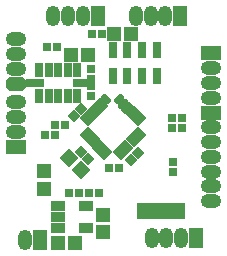
<source format=gbs>
%FSLAX44Y44*%
%MOMM*%
G71*
G01*
G75*
G04 Layer_Color=16711935*
%ADD10R,0.5500X0.6000*%
%ADD11R,0.8000X0.8000*%
%ADD12R,0.6000X0.5500*%
%ADD13R,1.4000X1.1500*%
%ADD14R,1.5000X0.3000*%
%ADD15R,0.3000X1.5000*%
G04:AMPARAMS|DCode=16|XSize=1.5mm|YSize=0.3mm|CornerRadius=0mm|HoleSize=0mm|Usage=FLASHONLY|Rotation=90.000|XOffset=0mm|YOffset=0mm|HoleType=Round|Shape=Octagon|*
%AMOCTAGOND16*
4,1,8,0.0750,0.7500,-0.0750,0.7500,-0.1500,0.6750,-0.1500,-0.6750,-0.0750,-0.7500,0.0750,-0.7500,0.1500,-0.6750,0.1500,0.6750,0.0750,0.7500,0.0*
%
%ADD16OCTAGOND16*%

%ADD17C,0.2000*%
%ADD18C,0.5000*%
%ADD19C,0.2540*%
%ADD20C,0.3000*%
%ADD21C,0.2032*%
%ADD22C,0.3048*%
%ADD23C,0.1778*%
%ADD24C,0.3500*%
%ADD25C,0.1800*%
%ADD26R,1.0160X1.5240*%
%ADD27O,1.0160X1.5240*%
%ADD28O,1.5240X1.0160*%
%ADD29R,1.5240X1.0160*%
G04:AMPARAMS|DCode=30|XSize=1.016mm|YSize=1.524mm|CornerRadius=0mm|HoleSize=0mm|Usage=FLASHONLY|Rotation=90.000|XOffset=0mm|YOffset=0mm|HoleType=Round|Shape=Octagon|*
%AMOCTAGOND30*
4,1,8,-0.7620,-0.2540,-0.7620,0.2540,-0.5080,0.5080,0.5080,0.5080,0.7620,0.2540,0.7620,-0.2540,0.5080,-0.5080,-0.5080,-0.5080,-0.7620,-0.2540,0.0*
%
%ADD30OCTAGOND30*%

%ADD31C,0.8000*%
%ADD32C,1.5000*%
%ADD33C,1.0160*%
%ADD34C,1.0000*%
%ADD35C,1.6160*%
%ADD36C,1.4160*%
%ADD37C,2.0160*%
%ADD38R,0.9500X0.9500*%
%ADD39R,1.3000X0.5000*%
%ADD40R,0.5000X1.1000*%
%ADD41R,0.9500X0.9500*%
%ADD42R,0.8000X1.2000*%
%ADD43P,1.3435X4X270.0*%
%ADD44R,0.6000X1.2000*%
G04:AMPARAMS|DCode=45|XSize=0.55mm|YSize=0.6mm|CornerRadius=0mm|HoleSize=0mm|Usage=FLASHONLY|Rotation=135.000|XOffset=0mm|YOffset=0mm|HoleType=Round|Shape=Rectangle|*
%AMROTATEDRECTD45*
4,1,4,0.4066,0.0177,-0.0177,-0.4066,-0.4066,-0.0177,0.0177,0.4066,0.4066,0.0177,0.0*
%
%ADD45ROTATEDRECTD45*%

G04:AMPARAMS|DCode=46|XSize=0.55mm|YSize=0.6mm|CornerRadius=0mm|HoleSize=0mm|Usage=FLASHONLY|Rotation=45.000|XOffset=0mm|YOffset=0mm|HoleType=Round|Shape=Rectangle|*
%AMROTATEDRECTD46*
4,1,4,0.0177,-0.4066,-0.4066,0.0177,-0.0177,0.4066,0.4066,-0.0177,0.0177,-0.4066,0.0*
%
%ADD46ROTATEDRECTD46*%

%ADD47R,1.1000X0.6500*%
G04:AMPARAMS|DCode=48|XSize=0.3454mm|YSize=0.7238mm|CornerRadius=0mm|HoleSize=0mm|Usage=FLASHONLY|Rotation=225.000|XOffset=0mm|YOffset=0mm|HoleType=Round|Shape=Octagon|*
%AMOCTAGOND48*
4,1,8,0.3170,-0.1948,0.1948,-0.3170,0.0727,-0.3170,-0.3170,0.0727,-0.3170,0.1948,-0.1948,0.3170,-0.0727,0.3170,0.3170,-0.0727,0.3170,-0.1948,0.0*
%
%ADD48OCTAGOND48*%

G04:AMPARAMS|DCode=49|XSize=0.3454mm|YSize=0.8mm|CornerRadius=0mm|HoleSize=0mm|Usage=FLASHONLY|Rotation=225.000|XOffset=0mm|YOffset=0mm|HoleType=Round|Shape=Rectangle|*
%AMROTATEDRECTD49*
4,1,4,-0.1607,0.4050,0.4050,-0.1607,0.1607,-0.4050,-0.4050,0.1607,-0.1607,0.4050,0.0*
%
%ADD49ROTATEDRECTD49*%

G04:AMPARAMS|DCode=50|XSize=0.3454mm|YSize=0.8mm|CornerRadius=0mm|HoleSize=0mm|Usage=FLASHONLY|Rotation=135.000|XOffset=0mm|YOffset=0mm|HoleType=Round|Shape=Rectangle|*
%AMROTATEDRECTD50*
4,1,4,0.4050,0.1607,-0.1607,-0.4050,-0.4050,-0.1607,0.1607,0.4050,0.4050,0.1607,0.0*
%
%ADD50ROTATEDRECTD50*%

G04:AMPARAMS|DCode=51|XSize=0.3454mm|YSize=0.8mm|CornerRadius=0mm|HoleSize=0mm|Usage=FLASHONLY|Rotation=135.000|XOffset=0mm|YOffset=0mm|HoleType=Round|Shape=Octagon|*
%AMOCTAGOND51*
4,1,8,-0.2218,-0.3439,-0.3439,-0.2218,-0.3439,-0.0997,0.0997,0.3439,0.2218,0.3439,0.3439,0.2218,0.3439,0.0997,-0.0997,-0.3439,-0.2218,-0.3439,0.0*
%
%ADD51OCTAGOND51*%

G04:AMPARAMS|DCode=52|XSize=0.3454mm|YSize=0.7238mm|CornerRadius=0mm|HoleSize=0mm|Usage=FLASHONLY|Rotation=135.000|XOffset=0mm|YOffset=0mm|HoleType=Round|Shape=Octagon|*
%AMOCTAGOND52*
4,1,8,-0.1948,-0.3170,-0.3170,-0.1948,-0.3170,-0.0727,0.0727,0.3170,0.1948,0.3170,0.3170,0.1948,0.3170,0.0727,-0.0727,-0.3170,-0.1948,-0.3170,0.0*
%
%ADD52OCTAGOND52*%

%ADD53C,0.1700*%
%ADD54C,0.1270*%
%ADD55C,0.1000*%
%ADD56C,0.1524*%
%ADD57C,0.2500*%
%ADD58C,0.1500*%
%ADD59C,0.5080*%
%ADD60R,0.7532X0.8032*%
%ADD61R,1.0032X1.0032*%
%ADD62R,0.8032X0.7532*%
%ADD63R,1.6032X1.3532*%
%ADD64R,1.7032X0.5032*%
%ADD65R,0.5032X1.7032*%
G04:AMPARAMS|DCode=66|XSize=1.7032mm|YSize=0.5032mm|CornerRadius=0mm|HoleSize=0mm|Usage=FLASHONLY|Rotation=90.000|XOffset=0mm|YOffset=0mm|HoleType=Round|Shape=Octagon|*
%AMOCTAGOND66*
4,1,8,0.1258,0.8516,-0.1258,0.8516,-0.2516,0.7258,-0.2516,-0.7258,-0.1258,-0.8516,0.1258,-0.8516,0.2516,-0.7258,0.2516,0.7258,0.1258,0.8516,0.0*
%
%ADD66OCTAGOND66*%

%ADD67R,1.2192X1.7272*%
%ADD68O,1.2192X1.7272*%
%ADD69O,1.7272X1.2192*%
%ADD70R,1.7272X1.2192*%
G04:AMPARAMS|DCode=71|XSize=1.2192mm|YSize=1.7272mm|CornerRadius=0mm|HoleSize=0mm|Usage=FLASHONLY|Rotation=90.000|XOffset=0mm|YOffset=0mm|HoleType=Round|Shape=Octagon|*
%AMOCTAGOND71*
4,1,8,-0.8636,-0.3048,-0.8636,0.3048,-0.5588,0.6096,0.5588,0.6096,0.8636,0.3048,0.8636,-0.3048,0.5588,-0.6096,-0.5588,-0.6096,-0.8636,-0.3048,0.0*
%
%ADD71OCTAGOND71*%

%ADD72R,1.1532X1.1532*%
%ADD73R,1.5032X0.7032*%
%ADD74R,0.7032X1.3032*%
%ADD75R,1.1532X1.1532*%
%ADD76R,1.0032X1.4032*%
%ADD77P,1.6309X4X270.0*%
%ADD78R,0.8032X1.4032*%
G04:AMPARAMS|DCode=79|XSize=0.7532mm|YSize=0.8032mm|CornerRadius=0mm|HoleSize=0mm|Usage=FLASHONLY|Rotation=135.000|XOffset=0mm|YOffset=0mm|HoleType=Round|Shape=Rectangle|*
%AMROTATEDRECTD79*
4,1,4,0.5503,0.0177,-0.0177,-0.5503,-0.5503,-0.0177,0.0177,0.5503,0.5503,0.0177,0.0*
%
%ADD79ROTATEDRECTD79*%

G04:AMPARAMS|DCode=80|XSize=0.7532mm|YSize=0.8032mm|CornerRadius=0mm|HoleSize=0mm|Usage=FLASHONLY|Rotation=45.000|XOffset=0mm|YOffset=0mm|HoleType=Round|Shape=Rectangle|*
%AMROTATEDRECTD80*
4,1,4,0.0177,-0.5503,-0.5503,0.0177,-0.0177,0.5503,0.5503,-0.0177,0.0177,-0.5503,0.0*
%
%ADD80ROTATEDRECTD80*%

%ADD81R,1.3032X0.8532*%
G04:AMPARAMS|DCode=82|XSize=0.5486mm|YSize=0.927mm|CornerRadius=0mm|HoleSize=0mm|Usage=FLASHONLY|Rotation=225.000|XOffset=0mm|YOffset=0mm|HoleType=Round|Shape=Octagon|*
%AMOCTAGOND82*
4,1,8,0.4247,-0.2308,0.2308,-0.4247,0.0368,-0.4247,-0.4247,0.0368,-0.4247,0.2308,-0.2308,0.4247,-0.0368,0.4247,0.4247,-0.0368,0.4247,-0.2308,0.0*
%
%ADD82OCTAGOND82*%

G04:AMPARAMS|DCode=83|XSize=0.5486mm|YSize=1.0032mm|CornerRadius=0mm|HoleSize=0mm|Usage=FLASHONLY|Rotation=225.000|XOffset=0mm|YOffset=0mm|HoleType=Round|Shape=Rectangle|*
%AMROTATEDRECTD83*
4,1,4,-0.1607,0.5487,0.5487,-0.1607,0.1607,-0.5487,-0.5487,0.1607,-0.1607,0.5487,0.0*
%
%ADD83ROTATEDRECTD83*%

G04:AMPARAMS|DCode=84|XSize=0.5486mm|YSize=1.0032mm|CornerRadius=0mm|HoleSize=0mm|Usage=FLASHONLY|Rotation=135.000|XOffset=0mm|YOffset=0mm|HoleType=Round|Shape=Rectangle|*
%AMROTATEDRECTD84*
4,1,4,0.5487,0.1607,-0.1607,-0.5487,-0.5487,-0.1607,0.1607,0.5487,0.5487,0.1607,0.0*
%
%ADD84ROTATEDRECTD84*%

G04:AMPARAMS|DCode=85|XSize=0.5486mm|YSize=1.0032mm|CornerRadius=0mm|HoleSize=0mm|Usage=FLASHONLY|Rotation=135.000|XOffset=0mm|YOffset=0mm|HoleType=Round|Shape=Octagon|*
%AMOCTAGOND85*
4,1,8,-0.2577,-0.4517,-0.4517,-0.2577,-0.4517,-0.0637,0.0637,0.4517,0.2577,0.4517,0.4517,0.2577,0.4517,0.0637,-0.0637,-0.4517,-0.2577,-0.4517,0.0*
%
%ADD85OCTAGOND85*%

G04:AMPARAMS|DCode=86|XSize=0.5486mm|YSize=0.927mm|CornerRadius=0mm|HoleSize=0mm|Usage=FLASHONLY|Rotation=135.000|XOffset=0mm|YOffset=0mm|HoleType=Round|Shape=Octagon|*
%AMOCTAGOND86*
4,1,8,-0.2308,-0.4247,-0.4247,-0.2308,-0.4247,-0.0368,0.0368,0.4247,0.2308,0.4247,0.4247,0.2308,0.4247,0.0368,-0.0368,-0.4247,-0.2308,-0.4247,0.0*
%
%ADD86OCTAGOND86*%

D60*
X-15996Y49214D02*
D03*
Y40714D02*
D03*
X52838Y8320D02*
D03*
Y-180D02*
D03*
X60712Y8320D02*
D03*
Y-180D02*
D03*
X-15996Y26744D02*
D03*
Y35244D02*
D03*
X53600Y-37518D02*
D03*
Y-29018D02*
D03*
D62*
X-53018Y68580D02*
D03*
X-44518D02*
D03*
X-25716Y-55112D02*
D03*
X-34216D02*
D03*
X-55044Y-6344D02*
D03*
X-46544D02*
D03*
X-37908Y2292D02*
D03*
X-46408D02*
D03*
X-9460Y-55112D02*
D03*
X-17960D02*
D03*
X-688Y-34538D02*
D03*
X7812D02*
D03*
X-6920Y79000D02*
D03*
X-15420D02*
D03*
D67*
X-59382Y-94996D02*
D03*
X59650Y93986D02*
D03*
X-10200D02*
D03*
X72858Y-93212D02*
D03*
D68*
X-71882Y-94996D02*
D03*
X22150Y93986D02*
D03*
X34650D02*
D03*
X47150D02*
D03*
X-22700D02*
D03*
X-35200D02*
D03*
X-47700D02*
D03*
X35358Y-93212D02*
D03*
X47858D02*
D03*
X60358D02*
D03*
D69*
X-79750Y21296D02*
D03*
Y8796D02*
D03*
Y-3704D02*
D03*
X85858Y114D02*
D03*
X85858Y-12386D02*
D03*
X85858Y-24886D02*
D03*
X85858Y-37386D02*
D03*
Y-49886D02*
D03*
Y-62386D02*
D03*
Y25198D02*
D03*
Y37698D02*
D03*
Y50198D02*
D03*
X-79750Y74636D02*
D03*
Y62136D02*
D03*
Y49636D02*
D03*
D70*
Y-16204D02*
D03*
X85858Y12614D02*
D03*
Y62698D02*
D03*
D71*
X-79750Y37136D02*
D03*
D72*
X-33152Y61474D02*
D03*
X-18652D02*
D03*
X3678Y79000D02*
D03*
X18178D02*
D03*
X-29320Y-97784D02*
D03*
X-43820D02*
D03*
D73*
X-63682Y37344D02*
D03*
X-23682D02*
D03*
D74*
X-43682Y48344D02*
D03*
X-35682D02*
D03*
X-27682D02*
D03*
X-51682D02*
D03*
X-59682D02*
D03*
Y26344D02*
D03*
X-51682D02*
D03*
X-27682D02*
D03*
X-35682D02*
D03*
X-43682D02*
D03*
D75*
X-6090Y-74278D02*
D03*
Y-88778D02*
D03*
X-55366Y-51694D02*
D03*
Y-37194D02*
D03*
D76*
X28194Y-70866D02*
D03*
X38194D02*
D03*
X48194D02*
D03*
X58194D02*
D03*
D77*
X-24332Y-36363D02*
D03*
X-34585Y-26109D02*
D03*
D78*
X39838Y65870D02*
D03*
X27338D02*
D03*
X14838D02*
D03*
X2338D02*
D03*
Y43870D02*
D03*
X14838D02*
D03*
X39838D02*
D03*
X27338D02*
D03*
D79*
X17575Y-27637D02*
D03*
X23585Y-21627D02*
D03*
X-30177Y9701D02*
D03*
X-24167Y15711D02*
D03*
D80*
X-24335Y-20357D02*
D03*
X-18325Y-26367D02*
D03*
D81*
X-43744Y-85186D02*
D03*
Y-75686D02*
D03*
Y-66186D02*
D03*
X-19744D02*
D03*
Y-85186D02*
D03*
D82*
X-3103Y23910D02*
D03*
D83*
X-6369Y20105D02*
D03*
X-9904Y16570D02*
D03*
X-13440Y13034D02*
D03*
X-16976Y9499D02*
D03*
X-20511Y5963D02*
D03*
X7773Y-22321D02*
D03*
X11309Y-18786D02*
D03*
X14844Y-15250D02*
D03*
X18380Y-11714D02*
D03*
X21916Y-8179D02*
D03*
X25451Y-4643D02*
D03*
D84*
X-20511D02*
D03*
X-16976Y-8179D02*
D03*
X-13440Y-11714D02*
D03*
X-9904Y-15250D02*
D03*
X-6369Y-18786D02*
D03*
X-2833Y-22321D02*
D03*
X25451Y5963D02*
D03*
X21916Y9499D02*
D03*
X18380Y13034D02*
D03*
X14844Y16570D02*
D03*
D85*
X11309Y20105D02*
D03*
D86*
X8043Y23910D02*
D03*
M02*

</source>
